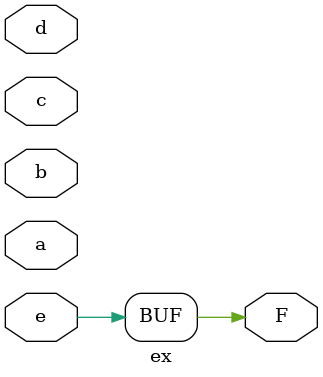
<source format=v>

module ex ( 
    a, b, c, d, e,
    F  );
  input  a, b, c, d, e;
  output F;
  assign F = e;
endmodule



</source>
